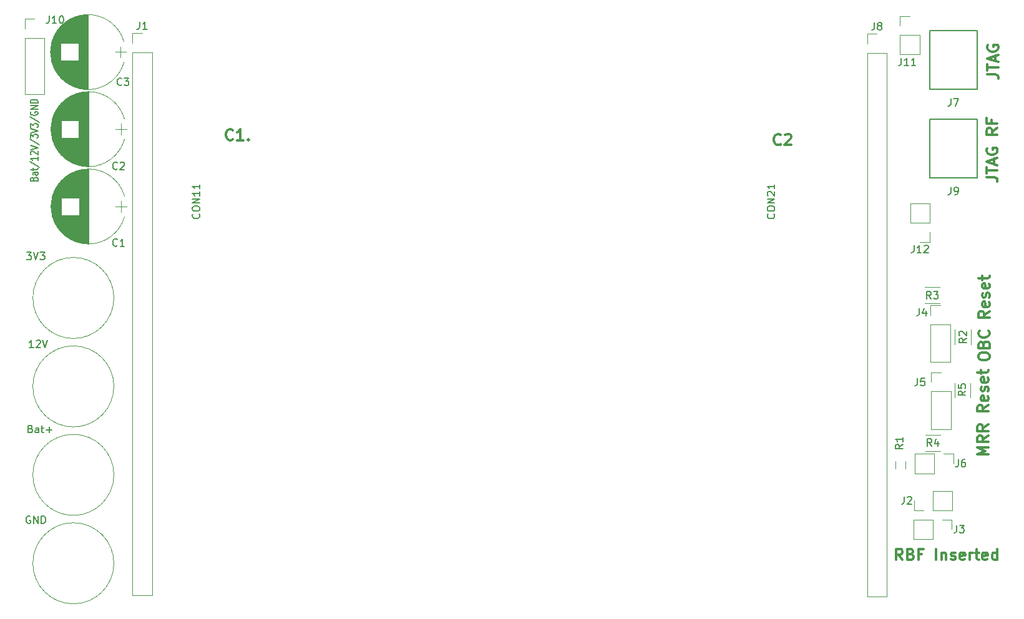
<source format=gbr>
G04 #@! TF.FileFunction,Legend,Top*
%FSLAX46Y46*%
G04 Gerber Fmt 4.6, Leading zero omitted, Abs format (unit mm)*
G04 Created by KiCad (PCBNEW 4.0.7) date 06/20/18 14:00:11*
%MOMM*%
%LPD*%
G01*
G04 APERTURE LIST*
%ADD10C,0.100000*%
%ADD11C,0.300000*%
%ADD12C,0.200000*%
%ADD13C,0.120000*%
%ADD14C,0.150000*%
G04 APERTURE END LIST*
D10*
D11*
X158003071Y-42636500D02*
X159074500Y-42636500D01*
X159288786Y-42707928D01*
X159431643Y-42850785D01*
X159503071Y-43065071D01*
X159503071Y-43207928D01*
X158003071Y-42136500D02*
X158003071Y-41279357D01*
X159503071Y-41707928D02*
X158003071Y-41707928D01*
X159074500Y-40850786D02*
X159074500Y-40136500D01*
X159503071Y-40993643D02*
X158003071Y-40493643D01*
X159503071Y-39993643D01*
X158074500Y-38707929D02*
X158003071Y-38850786D01*
X158003071Y-39065072D01*
X158074500Y-39279357D01*
X158217357Y-39422215D01*
X158360214Y-39493643D01*
X158645929Y-39565072D01*
X158860214Y-39565072D01*
X159145929Y-39493643D01*
X159288786Y-39422215D01*
X159431643Y-39279357D01*
X159503071Y-39065072D01*
X159503071Y-38922215D01*
X159431643Y-38707929D01*
X159360214Y-38636500D01*
X158860214Y-38636500D01*
X158860214Y-38922215D01*
X157883071Y-56610785D02*
X158954500Y-56610785D01*
X159168786Y-56682213D01*
X159311643Y-56825070D01*
X159383071Y-57039356D01*
X159383071Y-57182213D01*
X157883071Y-56110785D02*
X157883071Y-55253642D01*
X159383071Y-55682213D02*
X157883071Y-55682213D01*
X158954500Y-54825071D02*
X158954500Y-54110785D01*
X159383071Y-54967928D02*
X157883071Y-54467928D01*
X159383071Y-53967928D01*
X157954500Y-52682214D02*
X157883071Y-52825071D01*
X157883071Y-53039357D01*
X157954500Y-53253642D01*
X158097357Y-53396500D01*
X158240214Y-53467928D01*
X158525929Y-53539357D01*
X158740214Y-53539357D01*
X159025929Y-53467928D01*
X159168786Y-53396500D01*
X159311643Y-53253642D01*
X159383071Y-53039357D01*
X159383071Y-52896500D01*
X159311643Y-52682214D01*
X159240214Y-52610785D01*
X158740214Y-52610785D01*
X158740214Y-52896500D01*
X159383071Y-49967928D02*
X158668786Y-50467928D01*
X159383071Y-50825071D02*
X157883071Y-50825071D01*
X157883071Y-50253643D01*
X157954500Y-50110785D01*
X158025929Y-50039357D01*
X158168786Y-49967928D01*
X158383071Y-49967928D01*
X158525929Y-50039357D01*
X158597357Y-50110785D01*
X158668786Y-50253643D01*
X158668786Y-50825071D01*
X158597357Y-48825071D02*
X158597357Y-49325071D01*
X159383071Y-49325071D02*
X157883071Y-49325071D01*
X157883071Y-48610785D01*
D12*
X28653071Y-56825547D02*
X28700690Y-56711261D01*
X28748310Y-56673166D01*
X28843548Y-56635071D01*
X28986405Y-56635071D01*
X29081643Y-56673166D01*
X29129262Y-56711261D01*
X29176881Y-56787452D01*
X29176881Y-57092214D01*
X28176881Y-57092214D01*
X28176881Y-56825547D01*
X28224500Y-56749357D01*
X28272119Y-56711261D01*
X28367357Y-56673166D01*
X28462595Y-56673166D01*
X28557833Y-56711261D01*
X28605452Y-56749357D01*
X28653071Y-56825547D01*
X28653071Y-57092214D01*
X29176881Y-55949357D02*
X28653071Y-55949357D01*
X28557833Y-55987452D01*
X28510214Y-56063642D01*
X28510214Y-56216023D01*
X28557833Y-56292214D01*
X29129262Y-55949357D02*
X29176881Y-56025547D01*
X29176881Y-56216023D01*
X29129262Y-56292214D01*
X29034024Y-56330309D01*
X28938786Y-56330309D01*
X28843548Y-56292214D01*
X28795929Y-56216023D01*
X28795929Y-56025547D01*
X28748310Y-55949357D01*
X28510214Y-55682690D02*
X28510214Y-55377928D01*
X28176881Y-55568404D02*
X29034024Y-55568404D01*
X29129262Y-55530309D01*
X29176881Y-55454118D01*
X29176881Y-55377928D01*
X28129262Y-54539832D02*
X29414976Y-55225547D01*
X29176881Y-53854118D02*
X29176881Y-54311261D01*
X29176881Y-54082690D02*
X28176881Y-54082690D01*
X28319738Y-54158880D01*
X28414976Y-54235071D01*
X28462595Y-54311261D01*
X28272119Y-53549356D02*
X28224500Y-53511261D01*
X28176881Y-53435070D01*
X28176881Y-53244594D01*
X28224500Y-53168404D01*
X28272119Y-53130308D01*
X28367357Y-53092213D01*
X28462595Y-53092213D01*
X28605452Y-53130308D01*
X29176881Y-53587451D01*
X29176881Y-53092213D01*
X28176881Y-52863642D02*
X29176881Y-52596975D01*
X28176881Y-52330308D01*
X28129262Y-51492213D02*
X29414976Y-52177928D01*
X28176881Y-51301737D02*
X28176881Y-50806499D01*
X28557833Y-51073166D01*
X28557833Y-50958880D01*
X28605452Y-50882690D01*
X28653071Y-50844594D01*
X28748310Y-50806499D01*
X28986405Y-50806499D01*
X29081643Y-50844594D01*
X29129262Y-50882690D01*
X29176881Y-50958880D01*
X29176881Y-51187452D01*
X29129262Y-51263642D01*
X29081643Y-51301737D01*
X28176881Y-50577928D02*
X29176881Y-50311261D01*
X28176881Y-50044594D01*
X28176881Y-49854118D02*
X28176881Y-49358880D01*
X28557833Y-49625547D01*
X28557833Y-49511261D01*
X28605452Y-49435071D01*
X28653071Y-49396975D01*
X28748310Y-49358880D01*
X28986405Y-49358880D01*
X29081643Y-49396975D01*
X29129262Y-49435071D01*
X29176881Y-49511261D01*
X29176881Y-49739833D01*
X29129262Y-49816023D01*
X29081643Y-49854118D01*
X28129262Y-48444594D02*
X29414976Y-49130309D01*
X28224500Y-47758880D02*
X28176881Y-47835071D01*
X28176881Y-47949356D01*
X28224500Y-48063642D01*
X28319738Y-48139833D01*
X28414976Y-48177928D01*
X28605452Y-48216023D01*
X28748310Y-48216023D01*
X28938786Y-48177928D01*
X29034024Y-48139833D01*
X29129262Y-48063642D01*
X29176881Y-47949356D01*
X29176881Y-47873166D01*
X29129262Y-47758880D01*
X29081643Y-47720785D01*
X28748310Y-47720785D01*
X28748310Y-47873166D01*
X29176881Y-47377928D02*
X28176881Y-47377928D01*
X29176881Y-46920785D01*
X28176881Y-46920785D01*
X29176881Y-46539833D02*
X28176881Y-46539833D01*
X28176881Y-46349357D01*
X28224500Y-46235071D01*
X28319738Y-46158880D01*
X28414976Y-46120785D01*
X28605452Y-46082690D01*
X28748310Y-46082690D01*
X28938786Y-46120785D01*
X29034024Y-46158880D01*
X29129262Y-46235071D01*
X29176881Y-46349357D01*
X29176881Y-46539833D01*
D11*
X156793071Y-81072214D02*
X156793071Y-80786500D01*
X156864500Y-80643642D01*
X157007357Y-80500785D01*
X157293071Y-80429357D01*
X157793071Y-80429357D01*
X158078786Y-80500785D01*
X158221643Y-80643642D01*
X158293071Y-80786500D01*
X158293071Y-81072214D01*
X158221643Y-81215071D01*
X158078786Y-81357928D01*
X157793071Y-81429357D01*
X157293071Y-81429357D01*
X157007357Y-81357928D01*
X156864500Y-81215071D01*
X156793071Y-81072214D01*
X157507357Y-79286499D02*
X157578786Y-79072213D01*
X157650214Y-79000785D01*
X157793071Y-78929356D01*
X158007357Y-78929356D01*
X158150214Y-79000785D01*
X158221643Y-79072213D01*
X158293071Y-79215071D01*
X158293071Y-79786499D01*
X156793071Y-79786499D01*
X156793071Y-79286499D01*
X156864500Y-79143642D01*
X156935929Y-79072213D01*
X157078786Y-79000785D01*
X157221643Y-79000785D01*
X157364500Y-79072213D01*
X157435929Y-79143642D01*
X157507357Y-79286499D01*
X157507357Y-79786499D01*
X158150214Y-77429356D02*
X158221643Y-77500785D01*
X158293071Y-77715071D01*
X158293071Y-77857928D01*
X158221643Y-78072213D01*
X158078786Y-78215071D01*
X157935929Y-78286499D01*
X157650214Y-78357928D01*
X157435929Y-78357928D01*
X157150214Y-78286499D01*
X157007357Y-78215071D01*
X156864500Y-78072213D01*
X156793071Y-77857928D01*
X156793071Y-77715071D01*
X156864500Y-77500785D01*
X156935929Y-77429356D01*
X158293071Y-74786499D02*
X157578786Y-75286499D01*
X158293071Y-75643642D02*
X156793071Y-75643642D01*
X156793071Y-75072214D01*
X156864500Y-74929356D01*
X156935929Y-74857928D01*
X157078786Y-74786499D01*
X157293071Y-74786499D01*
X157435929Y-74857928D01*
X157507357Y-74929356D01*
X157578786Y-75072214D01*
X157578786Y-75643642D01*
X158221643Y-73572214D02*
X158293071Y-73715071D01*
X158293071Y-74000785D01*
X158221643Y-74143642D01*
X158078786Y-74215071D01*
X157507357Y-74215071D01*
X157364500Y-74143642D01*
X157293071Y-74000785D01*
X157293071Y-73715071D01*
X157364500Y-73572214D01*
X157507357Y-73500785D01*
X157650214Y-73500785D01*
X157793071Y-74215071D01*
X158221643Y-72929357D02*
X158293071Y-72786500D01*
X158293071Y-72500785D01*
X158221643Y-72357928D01*
X158078786Y-72286500D01*
X158007357Y-72286500D01*
X157864500Y-72357928D01*
X157793071Y-72500785D01*
X157793071Y-72715071D01*
X157721643Y-72857928D01*
X157578786Y-72929357D01*
X157507357Y-72929357D01*
X157364500Y-72857928D01*
X157293071Y-72715071D01*
X157293071Y-72500785D01*
X157364500Y-72357928D01*
X158221643Y-71072214D02*
X158293071Y-71215071D01*
X158293071Y-71500785D01*
X158221643Y-71643642D01*
X158078786Y-71715071D01*
X157507357Y-71715071D01*
X157364500Y-71643642D01*
X157293071Y-71500785D01*
X157293071Y-71215071D01*
X157364500Y-71072214D01*
X157507357Y-71000785D01*
X157650214Y-71000785D01*
X157793071Y-71715071D01*
X157293071Y-70572214D02*
X157293071Y-70000785D01*
X156793071Y-70357928D02*
X158078786Y-70357928D01*
X158221643Y-70286500D01*
X158293071Y-70143642D01*
X158293071Y-70000785D01*
X158133071Y-94249357D02*
X156633071Y-94249357D01*
X157704500Y-93749357D01*
X156633071Y-93249357D01*
X158133071Y-93249357D01*
X158133071Y-91677928D02*
X157418786Y-92177928D01*
X158133071Y-92535071D02*
X156633071Y-92535071D01*
X156633071Y-91963643D01*
X156704500Y-91820785D01*
X156775929Y-91749357D01*
X156918786Y-91677928D01*
X157133071Y-91677928D01*
X157275929Y-91749357D01*
X157347357Y-91820785D01*
X157418786Y-91963643D01*
X157418786Y-92535071D01*
X158133071Y-90177928D02*
X157418786Y-90677928D01*
X158133071Y-91035071D02*
X156633071Y-91035071D01*
X156633071Y-90463643D01*
X156704500Y-90320785D01*
X156775929Y-90249357D01*
X156918786Y-90177928D01*
X157133071Y-90177928D01*
X157275929Y-90249357D01*
X157347357Y-90320785D01*
X157418786Y-90463643D01*
X157418786Y-91035071D01*
X158133071Y-87535071D02*
X157418786Y-88035071D01*
X158133071Y-88392214D02*
X156633071Y-88392214D01*
X156633071Y-87820786D01*
X156704500Y-87677928D01*
X156775929Y-87606500D01*
X156918786Y-87535071D01*
X157133071Y-87535071D01*
X157275929Y-87606500D01*
X157347357Y-87677928D01*
X157418786Y-87820786D01*
X157418786Y-88392214D01*
X158061643Y-86320786D02*
X158133071Y-86463643D01*
X158133071Y-86749357D01*
X158061643Y-86892214D01*
X157918786Y-86963643D01*
X157347357Y-86963643D01*
X157204500Y-86892214D01*
X157133071Y-86749357D01*
X157133071Y-86463643D01*
X157204500Y-86320786D01*
X157347357Y-86249357D01*
X157490214Y-86249357D01*
X157633071Y-86963643D01*
X158061643Y-85677929D02*
X158133071Y-85535072D01*
X158133071Y-85249357D01*
X158061643Y-85106500D01*
X157918786Y-85035072D01*
X157847357Y-85035072D01*
X157704500Y-85106500D01*
X157633071Y-85249357D01*
X157633071Y-85463643D01*
X157561643Y-85606500D01*
X157418786Y-85677929D01*
X157347357Y-85677929D01*
X157204500Y-85606500D01*
X157133071Y-85463643D01*
X157133071Y-85249357D01*
X157204500Y-85106500D01*
X158061643Y-83820786D02*
X158133071Y-83963643D01*
X158133071Y-84249357D01*
X158061643Y-84392214D01*
X157918786Y-84463643D01*
X157347357Y-84463643D01*
X157204500Y-84392214D01*
X157133071Y-84249357D01*
X157133071Y-83963643D01*
X157204500Y-83820786D01*
X157347357Y-83749357D01*
X157490214Y-83749357D01*
X157633071Y-84463643D01*
X157133071Y-83320786D02*
X157133071Y-82749357D01*
X156633071Y-83106500D02*
X157918786Y-83106500D01*
X158061643Y-83035072D01*
X158133071Y-82892214D01*
X158133071Y-82749357D01*
X146494501Y-108545071D02*
X145994501Y-107830786D01*
X145637358Y-108545071D02*
X145637358Y-107045071D01*
X146208786Y-107045071D01*
X146351644Y-107116500D01*
X146423072Y-107187929D01*
X146494501Y-107330786D01*
X146494501Y-107545071D01*
X146423072Y-107687929D01*
X146351644Y-107759357D01*
X146208786Y-107830786D01*
X145637358Y-107830786D01*
X147637358Y-107759357D02*
X147851644Y-107830786D01*
X147923072Y-107902214D01*
X147994501Y-108045071D01*
X147994501Y-108259357D01*
X147923072Y-108402214D01*
X147851644Y-108473643D01*
X147708786Y-108545071D01*
X147137358Y-108545071D01*
X147137358Y-107045071D01*
X147637358Y-107045071D01*
X147780215Y-107116500D01*
X147851644Y-107187929D01*
X147923072Y-107330786D01*
X147923072Y-107473643D01*
X147851644Y-107616500D01*
X147780215Y-107687929D01*
X147637358Y-107759357D01*
X147137358Y-107759357D01*
X149137358Y-107759357D02*
X148637358Y-107759357D01*
X148637358Y-108545071D02*
X148637358Y-107045071D01*
X149351644Y-107045071D01*
X151065929Y-108545071D02*
X151065929Y-107045071D01*
X151780215Y-107545071D02*
X151780215Y-108545071D01*
X151780215Y-107687929D02*
X151851643Y-107616500D01*
X151994501Y-107545071D01*
X152208786Y-107545071D01*
X152351643Y-107616500D01*
X152423072Y-107759357D01*
X152423072Y-108545071D01*
X153065929Y-108473643D02*
X153208786Y-108545071D01*
X153494501Y-108545071D01*
X153637358Y-108473643D01*
X153708786Y-108330786D01*
X153708786Y-108259357D01*
X153637358Y-108116500D01*
X153494501Y-108045071D01*
X153280215Y-108045071D01*
X153137358Y-107973643D01*
X153065929Y-107830786D01*
X153065929Y-107759357D01*
X153137358Y-107616500D01*
X153280215Y-107545071D01*
X153494501Y-107545071D01*
X153637358Y-107616500D01*
X154923072Y-108473643D02*
X154780215Y-108545071D01*
X154494501Y-108545071D01*
X154351644Y-108473643D01*
X154280215Y-108330786D01*
X154280215Y-107759357D01*
X154351644Y-107616500D01*
X154494501Y-107545071D01*
X154780215Y-107545071D01*
X154923072Y-107616500D01*
X154994501Y-107759357D01*
X154994501Y-107902214D01*
X154280215Y-108045071D01*
X155637358Y-108545071D02*
X155637358Y-107545071D01*
X155637358Y-107830786D02*
X155708786Y-107687929D01*
X155780215Y-107616500D01*
X155923072Y-107545071D01*
X156065929Y-107545071D01*
X156351643Y-107545071D02*
X156923072Y-107545071D01*
X156565929Y-107045071D02*
X156565929Y-108330786D01*
X156637357Y-108473643D01*
X156780215Y-108545071D01*
X156923072Y-108545071D01*
X157994500Y-108473643D02*
X157851643Y-108545071D01*
X157565929Y-108545071D01*
X157423072Y-108473643D01*
X157351643Y-108330786D01*
X157351643Y-107759357D01*
X157423072Y-107616500D01*
X157565929Y-107545071D01*
X157851643Y-107545071D01*
X157994500Y-107616500D01*
X158065929Y-107759357D01*
X158065929Y-107902214D01*
X157351643Y-108045071D01*
X159351643Y-108545071D02*
X159351643Y-107045071D01*
X159351643Y-108473643D02*
X159208786Y-108545071D01*
X158923072Y-108545071D01*
X158780214Y-108473643D01*
X158708786Y-108402214D01*
X158637357Y-108259357D01*
X158637357Y-107830786D01*
X158708786Y-107687929D01*
X158780214Y-107616500D01*
X158923072Y-107545071D01*
X159208786Y-107545071D01*
X159351643Y-107616500D01*
X129994501Y-52112214D02*
X129923072Y-52183643D01*
X129708786Y-52255071D01*
X129565929Y-52255071D01*
X129351644Y-52183643D01*
X129208786Y-52040786D01*
X129137358Y-51897929D01*
X129065929Y-51612214D01*
X129065929Y-51397929D01*
X129137358Y-51112214D01*
X129208786Y-50969357D01*
X129351644Y-50826500D01*
X129565929Y-50755071D01*
X129708786Y-50755071D01*
X129923072Y-50826500D01*
X129994501Y-50897929D01*
X130565929Y-50897929D02*
X130637358Y-50826500D01*
X130780215Y-50755071D01*
X131137358Y-50755071D01*
X131280215Y-50826500D01*
X131351644Y-50897929D01*
X131423072Y-51040786D01*
X131423072Y-51183643D01*
X131351644Y-51397929D01*
X130494501Y-52255071D01*
X131423072Y-52255071D01*
X55647358Y-51442214D02*
X55575929Y-51513643D01*
X55361643Y-51585071D01*
X55218786Y-51585071D01*
X55004501Y-51513643D01*
X54861643Y-51370786D01*
X54790215Y-51227929D01*
X54718786Y-50942214D01*
X54718786Y-50727929D01*
X54790215Y-50442214D01*
X54861643Y-50299357D01*
X55004501Y-50156500D01*
X55218786Y-50085071D01*
X55361643Y-50085071D01*
X55575929Y-50156500D01*
X55647358Y-50227929D01*
X57075929Y-51585071D02*
X56218786Y-51585071D01*
X56647358Y-51585071D02*
X56647358Y-50085071D01*
X56504501Y-50299357D01*
X56361643Y-50442214D01*
X56218786Y-50513643D01*
X57718786Y-51442214D02*
X57790214Y-51513643D01*
X57718786Y-51585071D01*
X57647357Y-51513643D01*
X57718786Y-51442214D01*
X57718786Y-51585071D01*
D13*
X141692620Y-113498260D02*
X144352620Y-113498260D01*
X141692620Y-39778260D02*
X141692620Y-113498260D01*
X144352620Y-39778260D02*
X144352620Y-113498260D01*
X141692620Y-39778260D02*
X144352620Y-39778260D01*
X141692620Y-38508260D02*
X141692620Y-37178260D01*
X141692620Y-37178260D02*
X143022620Y-37178260D01*
X42005240Y-113378880D02*
X44665240Y-113378880D01*
X42005240Y-39658880D02*
X42005240Y-113378880D01*
X44665240Y-39658880D02*
X44665240Y-113378880D01*
X42005240Y-39658880D02*
X44665240Y-39658880D01*
X42005240Y-38388880D02*
X42005240Y-37058880D01*
X42005240Y-37058880D02*
X43335240Y-37058880D01*
X153262940Y-101826960D02*
X153262940Y-99166960D01*
X150662940Y-101826960D02*
X153262940Y-101826960D01*
X150662940Y-99166960D02*
X153262940Y-99166960D01*
X150662940Y-101826960D02*
X150662940Y-99166960D01*
X149392940Y-101826960D02*
X148062940Y-101826960D01*
X148062940Y-101826960D02*
X148062940Y-100496960D01*
X147981660Y-103058240D02*
X147981660Y-105718240D01*
X150581660Y-103058240D02*
X147981660Y-103058240D01*
X150581660Y-105718240D02*
X147981660Y-105718240D01*
X150581660Y-103058240D02*
X150581660Y-105718240D01*
X151851660Y-103058240D02*
X153181660Y-103058240D01*
X153181660Y-103058240D02*
X153181660Y-104388240D01*
X150313380Y-81705080D02*
X152973380Y-81705080D01*
X150313380Y-76565080D02*
X150313380Y-81705080D01*
X152973380Y-76565080D02*
X152973380Y-81705080D01*
X150313380Y-76565080D02*
X152973380Y-76565080D01*
X150313380Y-75295080D02*
X150313380Y-73965080D01*
X150313380Y-73965080D02*
X151643380Y-73965080D01*
X150404820Y-90826220D02*
X153064820Y-90826220D01*
X150404820Y-85686220D02*
X150404820Y-90826220D01*
X153064820Y-85686220D02*
X153064820Y-90826220D01*
X150404820Y-85686220D02*
X153064820Y-85686220D01*
X150404820Y-84416220D02*
X150404820Y-83086220D01*
X150404820Y-83086220D02*
X151734820Y-83086220D01*
X148189940Y-94140300D02*
X148189940Y-96800300D01*
X150789940Y-94140300D02*
X148189940Y-94140300D01*
X150789940Y-96800300D02*
X148189940Y-96800300D01*
X150789940Y-94140300D02*
X150789940Y-96800300D01*
X152059940Y-94140300D02*
X153389940Y-94140300D01*
X153389940Y-94140300D02*
X153389940Y-95470300D01*
D14*
X156606140Y-36710440D02*
X156606140Y-44710440D01*
X156606140Y-36710440D02*
X150206140Y-36710440D01*
X150206140Y-36710440D02*
X150206140Y-44710440D01*
X156606140Y-44710440D02*
X150206140Y-44710440D01*
X156606140Y-48727180D02*
X156606140Y-56727180D01*
X156606140Y-48727180D02*
X150206140Y-48727180D01*
X150206140Y-48727180D02*
X150206140Y-56727180D01*
X156606140Y-56727180D02*
X150206140Y-56727180D01*
D13*
X146925880Y-95143200D02*
X146925880Y-96143200D01*
X145565880Y-96143200D02*
X145565880Y-95143200D01*
X31146063Y-61969764D02*
G75*
G03X40943857Y-61966500I4898437J1383264D01*
G01*
X31146063Y-59203236D02*
G75*
G02X40943857Y-59206500I4898437J-1383264D01*
G01*
X31146063Y-59203236D02*
G75*
G03X31145143Y-61966500I4898437J-1383264D01*
G01*
X36044500Y-65636500D02*
X36044500Y-55536500D01*
X36004500Y-65636500D02*
X36004500Y-55536500D01*
X35964500Y-65636500D02*
X35964500Y-55536500D01*
X35924500Y-65635500D02*
X35924500Y-55537500D01*
X35884500Y-65634500D02*
X35884500Y-55538500D01*
X35844500Y-65633500D02*
X35844500Y-55539500D01*
X35804500Y-65631500D02*
X35804500Y-55541500D01*
X35764500Y-65629500D02*
X35764500Y-55543500D01*
X35724500Y-65626500D02*
X35724500Y-55546500D01*
X35684500Y-65624500D02*
X35684500Y-55548500D01*
X35644500Y-65621500D02*
X35644500Y-55551500D01*
X35604500Y-65617500D02*
X35604500Y-55555500D01*
X35564500Y-65614500D02*
X35564500Y-55558500D01*
X35524500Y-65610500D02*
X35524500Y-55562500D01*
X35484500Y-65606500D02*
X35484500Y-55566500D01*
X35444500Y-65601500D02*
X35444500Y-55571500D01*
X35404500Y-65596500D02*
X35404500Y-55576500D01*
X35364500Y-65591500D02*
X35364500Y-55581500D01*
X35323500Y-65585500D02*
X35323500Y-55587500D01*
X35283500Y-65579500D02*
X35283500Y-55593500D01*
X35243500Y-65573500D02*
X35243500Y-55599500D01*
X35203500Y-65567500D02*
X35203500Y-55605500D01*
X35163500Y-65560500D02*
X35163500Y-55612500D01*
X35123500Y-65553500D02*
X35123500Y-55619500D01*
X35083500Y-65545500D02*
X35083500Y-55627500D01*
X35043500Y-65537500D02*
X35043500Y-55635500D01*
X35003500Y-65529500D02*
X35003500Y-55643500D01*
X34963500Y-65521500D02*
X34963500Y-55651500D01*
X34923500Y-65512500D02*
X34923500Y-55660500D01*
X34883500Y-65503500D02*
X34883500Y-55669500D01*
X34843500Y-65493500D02*
X34843500Y-55679500D01*
X34803500Y-65483500D02*
X34803500Y-55689500D01*
X34763500Y-65473500D02*
X34763500Y-55699500D01*
X34723500Y-65462500D02*
X34723500Y-61767500D01*
X34723500Y-59405500D02*
X34723500Y-55710500D01*
X34683500Y-65451500D02*
X34683500Y-61767500D01*
X34683500Y-59405500D02*
X34683500Y-55721500D01*
X34643500Y-65440500D02*
X34643500Y-61767500D01*
X34643500Y-59405500D02*
X34643500Y-55732500D01*
X34603500Y-65429500D02*
X34603500Y-61767500D01*
X34603500Y-59405500D02*
X34603500Y-55743500D01*
X34563500Y-65417500D02*
X34563500Y-61767500D01*
X34563500Y-59405500D02*
X34563500Y-55755500D01*
X34523500Y-65404500D02*
X34523500Y-61767500D01*
X34523500Y-59405500D02*
X34523500Y-55768500D01*
X34483500Y-65392500D02*
X34483500Y-61767500D01*
X34483500Y-59405500D02*
X34483500Y-55780500D01*
X34443500Y-65378500D02*
X34443500Y-61767500D01*
X34443500Y-59405500D02*
X34443500Y-55794500D01*
X34403500Y-65365500D02*
X34403500Y-61767500D01*
X34403500Y-59405500D02*
X34403500Y-55807500D01*
X34363500Y-65351500D02*
X34363500Y-61767500D01*
X34363500Y-59405500D02*
X34363500Y-55821500D01*
X34323500Y-65337500D02*
X34323500Y-61767500D01*
X34323500Y-59405500D02*
X34323500Y-55835500D01*
X34283500Y-65323500D02*
X34283500Y-61767500D01*
X34283500Y-59405500D02*
X34283500Y-55849500D01*
X34243500Y-65308500D02*
X34243500Y-61767500D01*
X34243500Y-59405500D02*
X34243500Y-55864500D01*
X34203500Y-65292500D02*
X34203500Y-61767500D01*
X34203500Y-59405500D02*
X34203500Y-55880500D01*
X34163500Y-65277500D02*
X34163500Y-61767500D01*
X34163500Y-59405500D02*
X34163500Y-55895500D01*
X34123500Y-65260500D02*
X34123500Y-61767500D01*
X34123500Y-59405500D02*
X34123500Y-55912500D01*
X34083500Y-65244500D02*
X34083500Y-61767500D01*
X34083500Y-59405500D02*
X34083500Y-55928500D01*
X34043500Y-65227500D02*
X34043500Y-61767500D01*
X34043500Y-59405500D02*
X34043500Y-55945500D01*
X34003500Y-65210500D02*
X34003500Y-61767500D01*
X34003500Y-59405500D02*
X34003500Y-55962500D01*
X33963500Y-65192500D02*
X33963500Y-61767500D01*
X33963500Y-59405500D02*
X33963500Y-55980500D01*
X33923500Y-65174500D02*
X33923500Y-61767500D01*
X33923500Y-59405500D02*
X33923500Y-55998500D01*
X33883500Y-65155500D02*
X33883500Y-61767500D01*
X33883500Y-59405500D02*
X33883500Y-56017500D01*
X33843500Y-65136500D02*
X33843500Y-61767500D01*
X33843500Y-59405500D02*
X33843500Y-56036500D01*
X33803500Y-65117500D02*
X33803500Y-61767500D01*
X33803500Y-59405500D02*
X33803500Y-56055500D01*
X33763500Y-65097500D02*
X33763500Y-61767500D01*
X33763500Y-59405500D02*
X33763500Y-56075500D01*
X33723500Y-65077500D02*
X33723500Y-61767500D01*
X33723500Y-59405500D02*
X33723500Y-56095500D01*
X33683500Y-65056500D02*
X33683500Y-61767500D01*
X33683500Y-59405500D02*
X33683500Y-56116500D01*
X33643500Y-65035500D02*
X33643500Y-61767500D01*
X33643500Y-59405500D02*
X33643500Y-56137500D01*
X33603500Y-65014500D02*
X33603500Y-61767500D01*
X33603500Y-59405500D02*
X33603500Y-56158500D01*
X33563500Y-64991500D02*
X33563500Y-61767500D01*
X33563500Y-59405500D02*
X33563500Y-56181500D01*
X33523500Y-64969500D02*
X33523500Y-61767500D01*
X33523500Y-59405500D02*
X33523500Y-56203500D01*
X33483500Y-64946500D02*
X33483500Y-61767500D01*
X33483500Y-59405500D02*
X33483500Y-56226500D01*
X33443500Y-64922500D02*
X33443500Y-61767500D01*
X33443500Y-59405500D02*
X33443500Y-56250500D01*
X33403500Y-64898500D02*
X33403500Y-61767500D01*
X33403500Y-59405500D02*
X33403500Y-56274500D01*
X33363500Y-64874500D02*
X33363500Y-61767500D01*
X33363500Y-59405500D02*
X33363500Y-56298500D01*
X33323500Y-64849500D02*
X33323500Y-61767500D01*
X33323500Y-59405500D02*
X33323500Y-56323500D01*
X33283500Y-64823500D02*
X33283500Y-61767500D01*
X33283500Y-59405500D02*
X33283500Y-56349500D01*
X33243500Y-64797500D02*
X33243500Y-61767500D01*
X33243500Y-59405500D02*
X33243500Y-56375500D01*
X33203500Y-64771500D02*
X33203500Y-61767500D01*
X33203500Y-59405500D02*
X33203500Y-56401500D01*
X33163500Y-64743500D02*
X33163500Y-61767500D01*
X33163500Y-59405500D02*
X33163500Y-56429500D01*
X33123500Y-64716500D02*
X33123500Y-61767500D01*
X33123500Y-59405500D02*
X33123500Y-56456500D01*
X33083500Y-64687500D02*
X33083500Y-61767500D01*
X33083500Y-59405500D02*
X33083500Y-56485500D01*
X33043500Y-64658500D02*
X33043500Y-61767500D01*
X33043500Y-59405500D02*
X33043500Y-56514500D01*
X33003500Y-64629500D02*
X33003500Y-61767500D01*
X33003500Y-59405500D02*
X33003500Y-56543500D01*
X32963500Y-64599500D02*
X32963500Y-61767500D01*
X32963500Y-59405500D02*
X32963500Y-56573500D01*
X32923500Y-64568500D02*
X32923500Y-61767500D01*
X32923500Y-59405500D02*
X32923500Y-56604500D01*
X32883500Y-64537500D02*
X32883500Y-61767500D01*
X32883500Y-59405500D02*
X32883500Y-56635500D01*
X32843500Y-64505500D02*
X32843500Y-61767500D01*
X32843500Y-59405500D02*
X32843500Y-56667500D01*
X32803500Y-64472500D02*
X32803500Y-61767500D01*
X32803500Y-59405500D02*
X32803500Y-56700500D01*
X32763500Y-64439500D02*
X32763500Y-61767500D01*
X32763500Y-59405500D02*
X32763500Y-56733500D01*
X32723500Y-64405500D02*
X32723500Y-61767500D01*
X32723500Y-59405500D02*
X32723500Y-56767500D01*
X32683500Y-64370500D02*
X32683500Y-61767500D01*
X32683500Y-59405500D02*
X32683500Y-56802500D01*
X32643500Y-64334500D02*
X32643500Y-61767500D01*
X32643500Y-59405500D02*
X32643500Y-56838500D01*
X32603500Y-64298500D02*
X32603500Y-61767500D01*
X32603500Y-59405500D02*
X32603500Y-56874500D01*
X32563500Y-64261500D02*
X32563500Y-61767500D01*
X32563500Y-59405500D02*
X32563500Y-56911500D01*
X32523500Y-64223500D02*
X32523500Y-61767500D01*
X32523500Y-59405500D02*
X32523500Y-56949500D01*
X32483500Y-64184500D02*
X32483500Y-61767500D01*
X32483500Y-59405500D02*
X32483500Y-56988500D01*
X32443500Y-64145500D02*
X32443500Y-61767500D01*
X32443500Y-59405500D02*
X32443500Y-57027500D01*
X32403500Y-64104500D02*
X32403500Y-61767500D01*
X32403500Y-59405500D02*
X32403500Y-57068500D01*
X32363500Y-64063500D02*
X32363500Y-57109500D01*
X32323500Y-64021500D02*
X32323500Y-57151500D01*
X32283500Y-63977500D02*
X32283500Y-57195500D01*
X32243500Y-63933500D02*
X32243500Y-57239500D01*
X32203500Y-63888500D02*
X32203500Y-57284500D01*
X32163500Y-63841500D02*
X32163500Y-57331500D01*
X32123500Y-63793500D02*
X32123500Y-57379500D01*
X32083500Y-63744500D02*
X32083500Y-57428500D01*
X32043500Y-63694500D02*
X32043500Y-57478500D01*
X32003500Y-63643500D02*
X32003500Y-57529500D01*
X31963500Y-63590500D02*
X31963500Y-57582500D01*
X31923500Y-63535500D02*
X31923500Y-57637500D01*
X31883500Y-63480500D02*
X31883500Y-57692500D01*
X31843500Y-63422500D02*
X31843500Y-57750500D01*
X31803500Y-63363500D02*
X31803500Y-57809500D01*
X31763500Y-63301500D02*
X31763500Y-57871500D01*
X31723500Y-63238500D02*
X31723500Y-57934500D01*
X31683500Y-63173500D02*
X31683500Y-57999500D01*
X31643500Y-63105500D02*
X31643500Y-58067500D01*
X31603500Y-63035500D02*
X31603500Y-58137500D01*
X31563500Y-62963500D02*
X31563500Y-58209500D01*
X31523500Y-62887500D02*
X31523500Y-58285500D01*
X31483500Y-62808500D02*
X31483500Y-58364500D01*
X31443500Y-62726500D02*
X31443500Y-58446500D01*
X31403500Y-62639500D02*
X31403500Y-58533500D01*
X31363500Y-62548500D02*
X31363500Y-58624500D01*
X31323500Y-62452500D02*
X31323500Y-58720500D01*
X31283500Y-62349500D02*
X31283500Y-58823500D01*
X31243500Y-62240500D02*
X31243500Y-58932500D01*
X31203500Y-62122500D02*
X31203500Y-59050500D01*
X31163500Y-61993500D02*
X31163500Y-59179500D01*
X31123500Y-61851500D02*
X31123500Y-59321500D01*
X31083500Y-61690500D02*
X31083500Y-59482500D01*
X31043500Y-61499500D02*
X31043500Y-59673500D01*
X31003500Y-61258500D02*
X31003500Y-59914500D01*
X30963500Y-60865500D02*
X30963500Y-60307500D01*
X41244500Y-60586500D02*
X39744500Y-60586500D01*
X40494500Y-61336500D02*
X40494500Y-59836500D01*
X31136063Y-51479764D02*
G75*
G03X40933857Y-51476500I4898437J1383264D01*
G01*
X31136063Y-48713236D02*
G75*
G02X40933857Y-48716500I4898437J-1383264D01*
G01*
X31136063Y-48713236D02*
G75*
G03X31135143Y-51476500I4898437J-1383264D01*
G01*
X36034500Y-55146500D02*
X36034500Y-45046500D01*
X35994500Y-55146500D02*
X35994500Y-45046500D01*
X35954500Y-55146500D02*
X35954500Y-45046500D01*
X35914500Y-55145500D02*
X35914500Y-45047500D01*
X35874500Y-55144500D02*
X35874500Y-45048500D01*
X35834500Y-55143500D02*
X35834500Y-45049500D01*
X35794500Y-55141500D02*
X35794500Y-45051500D01*
X35754500Y-55139500D02*
X35754500Y-45053500D01*
X35714500Y-55136500D02*
X35714500Y-45056500D01*
X35674500Y-55134500D02*
X35674500Y-45058500D01*
X35634500Y-55131500D02*
X35634500Y-45061500D01*
X35594500Y-55127500D02*
X35594500Y-45065500D01*
X35554500Y-55124500D02*
X35554500Y-45068500D01*
X35514500Y-55120500D02*
X35514500Y-45072500D01*
X35474500Y-55116500D02*
X35474500Y-45076500D01*
X35434500Y-55111500D02*
X35434500Y-45081500D01*
X35394500Y-55106500D02*
X35394500Y-45086500D01*
X35354500Y-55101500D02*
X35354500Y-45091500D01*
X35313500Y-55095500D02*
X35313500Y-45097500D01*
X35273500Y-55089500D02*
X35273500Y-45103500D01*
X35233500Y-55083500D02*
X35233500Y-45109500D01*
X35193500Y-55077500D02*
X35193500Y-45115500D01*
X35153500Y-55070500D02*
X35153500Y-45122500D01*
X35113500Y-55063500D02*
X35113500Y-45129500D01*
X35073500Y-55055500D02*
X35073500Y-45137500D01*
X35033500Y-55047500D02*
X35033500Y-45145500D01*
X34993500Y-55039500D02*
X34993500Y-45153500D01*
X34953500Y-55031500D02*
X34953500Y-45161500D01*
X34913500Y-55022500D02*
X34913500Y-45170500D01*
X34873500Y-55013500D02*
X34873500Y-45179500D01*
X34833500Y-55003500D02*
X34833500Y-45189500D01*
X34793500Y-54993500D02*
X34793500Y-45199500D01*
X34753500Y-54983500D02*
X34753500Y-45209500D01*
X34713500Y-54972500D02*
X34713500Y-51277500D01*
X34713500Y-48915500D02*
X34713500Y-45220500D01*
X34673500Y-54961500D02*
X34673500Y-51277500D01*
X34673500Y-48915500D02*
X34673500Y-45231500D01*
X34633500Y-54950500D02*
X34633500Y-51277500D01*
X34633500Y-48915500D02*
X34633500Y-45242500D01*
X34593500Y-54939500D02*
X34593500Y-51277500D01*
X34593500Y-48915500D02*
X34593500Y-45253500D01*
X34553500Y-54927500D02*
X34553500Y-51277500D01*
X34553500Y-48915500D02*
X34553500Y-45265500D01*
X34513500Y-54914500D02*
X34513500Y-51277500D01*
X34513500Y-48915500D02*
X34513500Y-45278500D01*
X34473500Y-54902500D02*
X34473500Y-51277500D01*
X34473500Y-48915500D02*
X34473500Y-45290500D01*
X34433500Y-54888500D02*
X34433500Y-51277500D01*
X34433500Y-48915500D02*
X34433500Y-45304500D01*
X34393500Y-54875500D02*
X34393500Y-51277500D01*
X34393500Y-48915500D02*
X34393500Y-45317500D01*
X34353500Y-54861500D02*
X34353500Y-51277500D01*
X34353500Y-48915500D02*
X34353500Y-45331500D01*
X34313500Y-54847500D02*
X34313500Y-51277500D01*
X34313500Y-48915500D02*
X34313500Y-45345500D01*
X34273500Y-54833500D02*
X34273500Y-51277500D01*
X34273500Y-48915500D02*
X34273500Y-45359500D01*
X34233500Y-54818500D02*
X34233500Y-51277500D01*
X34233500Y-48915500D02*
X34233500Y-45374500D01*
X34193500Y-54802500D02*
X34193500Y-51277500D01*
X34193500Y-48915500D02*
X34193500Y-45390500D01*
X34153500Y-54787500D02*
X34153500Y-51277500D01*
X34153500Y-48915500D02*
X34153500Y-45405500D01*
X34113500Y-54770500D02*
X34113500Y-51277500D01*
X34113500Y-48915500D02*
X34113500Y-45422500D01*
X34073500Y-54754500D02*
X34073500Y-51277500D01*
X34073500Y-48915500D02*
X34073500Y-45438500D01*
X34033500Y-54737500D02*
X34033500Y-51277500D01*
X34033500Y-48915500D02*
X34033500Y-45455500D01*
X33993500Y-54720500D02*
X33993500Y-51277500D01*
X33993500Y-48915500D02*
X33993500Y-45472500D01*
X33953500Y-54702500D02*
X33953500Y-51277500D01*
X33953500Y-48915500D02*
X33953500Y-45490500D01*
X33913500Y-54684500D02*
X33913500Y-51277500D01*
X33913500Y-48915500D02*
X33913500Y-45508500D01*
X33873500Y-54665500D02*
X33873500Y-51277500D01*
X33873500Y-48915500D02*
X33873500Y-45527500D01*
X33833500Y-54646500D02*
X33833500Y-51277500D01*
X33833500Y-48915500D02*
X33833500Y-45546500D01*
X33793500Y-54627500D02*
X33793500Y-51277500D01*
X33793500Y-48915500D02*
X33793500Y-45565500D01*
X33753500Y-54607500D02*
X33753500Y-51277500D01*
X33753500Y-48915500D02*
X33753500Y-45585500D01*
X33713500Y-54587500D02*
X33713500Y-51277500D01*
X33713500Y-48915500D02*
X33713500Y-45605500D01*
X33673500Y-54566500D02*
X33673500Y-51277500D01*
X33673500Y-48915500D02*
X33673500Y-45626500D01*
X33633500Y-54545500D02*
X33633500Y-51277500D01*
X33633500Y-48915500D02*
X33633500Y-45647500D01*
X33593500Y-54524500D02*
X33593500Y-51277500D01*
X33593500Y-48915500D02*
X33593500Y-45668500D01*
X33553500Y-54501500D02*
X33553500Y-51277500D01*
X33553500Y-48915500D02*
X33553500Y-45691500D01*
X33513500Y-54479500D02*
X33513500Y-51277500D01*
X33513500Y-48915500D02*
X33513500Y-45713500D01*
X33473500Y-54456500D02*
X33473500Y-51277500D01*
X33473500Y-48915500D02*
X33473500Y-45736500D01*
X33433500Y-54432500D02*
X33433500Y-51277500D01*
X33433500Y-48915500D02*
X33433500Y-45760500D01*
X33393500Y-54408500D02*
X33393500Y-51277500D01*
X33393500Y-48915500D02*
X33393500Y-45784500D01*
X33353500Y-54384500D02*
X33353500Y-51277500D01*
X33353500Y-48915500D02*
X33353500Y-45808500D01*
X33313500Y-54359500D02*
X33313500Y-51277500D01*
X33313500Y-48915500D02*
X33313500Y-45833500D01*
X33273500Y-54333500D02*
X33273500Y-51277500D01*
X33273500Y-48915500D02*
X33273500Y-45859500D01*
X33233500Y-54307500D02*
X33233500Y-51277500D01*
X33233500Y-48915500D02*
X33233500Y-45885500D01*
X33193500Y-54281500D02*
X33193500Y-51277500D01*
X33193500Y-48915500D02*
X33193500Y-45911500D01*
X33153500Y-54253500D02*
X33153500Y-51277500D01*
X33153500Y-48915500D02*
X33153500Y-45939500D01*
X33113500Y-54226500D02*
X33113500Y-51277500D01*
X33113500Y-48915500D02*
X33113500Y-45966500D01*
X33073500Y-54197500D02*
X33073500Y-51277500D01*
X33073500Y-48915500D02*
X33073500Y-45995500D01*
X33033500Y-54168500D02*
X33033500Y-51277500D01*
X33033500Y-48915500D02*
X33033500Y-46024500D01*
X32993500Y-54139500D02*
X32993500Y-51277500D01*
X32993500Y-48915500D02*
X32993500Y-46053500D01*
X32953500Y-54109500D02*
X32953500Y-51277500D01*
X32953500Y-48915500D02*
X32953500Y-46083500D01*
X32913500Y-54078500D02*
X32913500Y-51277500D01*
X32913500Y-48915500D02*
X32913500Y-46114500D01*
X32873500Y-54047500D02*
X32873500Y-51277500D01*
X32873500Y-48915500D02*
X32873500Y-46145500D01*
X32833500Y-54015500D02*
X32833500Y-51277500D01*
X32833500Y-48915500D02*
X32833500Y-46177500D01*
X32793500Y-53982500D02*
X32793500Y-51277500D01*
X32793500Y-48915500D02*
X32793500Y-46210500D01*
X32753500Y-53949500D02*
X32753500Y-51277500D01*
X32753500Y-48915500D02*
X32753500Y-46243500D01*
X32713500Y-53915500D02*
X32713500Y-51277500D01*
X32713500Y-48915500D02*
X32713500Y-46277500D01*
X32673500Y-53880500D02*
X32673500Y-51277500D01*
X32673500Y-48915500D02*
X32673500Y-46312500D01*
X32633500Y-53844500D02*
X32633500Y-51277500D01*
X32633500Y-48915500D02*
X32633500Y-46348500D01*
X32593500Y-53808500D02*
X32593500Y-51277500D01*
X32593500Y-48915500D02*
X32593500Y-46384500D01*
X32553500Y-53771500D02*
X32553500Y-51277500D01*
X32553500Y-48915500D02*
X32553500Y-46421500D01*
X32513500Y-53733500D02*
X32513500Y-51277500D01*
X32513500Y-48915500D02*
X32513500Y-46459500D01*
X32473500Y-53694500D02*
X32473500Y-51277500D01*
X32473500Y-48915500D02*
X32473500Y-46498500D01*
X32433500Y-53655500D02*
X32433500Y-51277500D01*
X32433500Y-48915500D02*
X32433500Y-46537500D01*
X32393500Y-53614500D02*
X32393500Y-51277500D01*
X32393500Y-48915500D02*
X32393500Y-46578500D01*
X32353500Y-53573500D02*
X32353500Y-46619500D01*
X32313500Y-53531500D02*
X32313500Y-46661500D01*
X32273500Y-53487500D02*
X32273500Y-46705500D01*
X32233500Y-53443500D02*
X32233500Y-46749500D01*
X32193500Y-53398500D02*
X32193500Y-46794500D01*
X32153500Y-53351500D02*
X32153500Y-46841500D01*
X32113500Y-53303500D02*
X32113500Y-46889500D01*
X32073500Y-53254500D02*
X32073500Y-46938500D01*
X32033500Y-53204500D02*
X32033500Y-46988500D01*
X31993500Y-53153500D02*
X31993500Y-47039500D01*
X31953500Y-53100500D02*
X31953500Y-47092500D01*
X31913500Y-53045500D02*
X31913500Y-47147500D01*
X31873500Y-52990500D02*
X31873500Y-47202500D01*
X31833500Y-52932500D02*
X31833500Y-47260500D01*
X31793500Y-52873500D02*
X31793500Y-47319500D01*
X31753500Y-52811500D02*
X31753500Y-47381500D01*
X31713500Y-52748500D02*
X31713500Y-47444500D01*
X31673500Y-52683500D02*
X31673500Y-47509500D01*
X31633500Y-52615500D02*
X31633500Y-47577500D01*
X31593500Y-52545500D02*
X31593500Y-47647500D01*
X31553500Y-52473500D02*
X31553500Y-47719500D01*
X31513500Y-52397500D02*
X31513500Y-47795500D01*
X31473500Y-52318500D02*
X31473500Y-47874500D01*
X31433500Y-52236500D02*
X31433500Y-47956500D01*
X31393500Y-52149500D02*
X31393500Y-48043500D01*
X31353500Y-52058500D02*
X31353500Y-48134500D01*
X31313500Y-51962500D02*
X31313500Y-48230500D01*
X31273500Y-51859500D02*
X31273500Y-48333500D01*
X31233500Y-51750500D02*
X31233500Y-48442500D01*
X31193500Y-51632500D02*
X31193500Y-48560500D01*
X31153500Y-51503500D02*
X31153500Y-48689500D01*
X31113500Y-51361500D02*
X31113500Y-48831500D01*
X31073500Y-51200500D02*
X31073500Y-48992500D01*
X31033500Y-51009500D02*
X31033500Y-49183500D01*
X30993500Y-50768500D02*
X30993500Y-49424500D01*
X30953500Y-50375500D02*
X30953500Y-49817500D01*
X41234500Y-50096500D02*
X39734500Y-50096500D01*
X40484500Y-50846500D02*
X40484500Y-49346500D01*
X31076063Y-41019764D02*
G75*
G03X40873857Y-41016500I4898437J1383264D01*
G01*
X31076063Y-38253236D02*
G75*
G02X40873857Y-38256500I4898437J-1383264D01*
G01*
X31076063Y-38253236D02*
G75*
G03X31075143Y-41016500I4898437J-1383264D01*
G01*
X35974500Y-44686500D02*
X35974500Y-34586500D01*
X35934500Y-44686500D02*
X35934500Y-34586500D01*
X35894500Y-44686500D02*
X35894500Y-34586500D01*
X35854500Y-44685500D02*
X35854500Y-34587500D01*
X35814500Y-44684500D02*
X35814500Y-34588500D01*
X35774500Y-44683500D02*
X35774500Y-34589500D01*
X35734500Y-44681500D02*
X35734500Y-34591500D01*
X35694500Y-44679500D02*
X35694500Y-34593500D01*
X35654500Y-44676500D02*
X35654500Y-34596500D01*
X35614500Y-44674500D02*
X35614500Y-34598500D01*
X35574500Y-44671500D02*
X35574500Y-34601500D01*
X35534500Y-44667500D02*
X35534500Y-34605500D01*
X35494500Y-44664500D02*
X35494500Y-34608500D01*
X35454500Y-44660500D02*
X35454500Y-34612500D01*
X35414500Y-44656500D02*
X35414500Y-34616500D01*
X35374500Y-44651500D02*
X35374500Y-34621500D01*
X35334500Y-44646500D02*
X35334500Y-34626500D01*
X35294500Y-44641500D02*
X35294500Y-34631500D01*
X35253500Y-44635500D02*
X35253500Y-34637500D01*
X35213500Y-44629500D02*
X35213500Y-34643500D01*
X35173500Y-44623500D02*
X35173500Y-34649500D01*
X35133500Y-44617500D02*
X35133500Y-34655500D01*
X35093500Y-44610500D02*
X35093500Y-34662500D01*
X35053500Y-44603500D02*
X35053500Y-34669500D01*
X35013500Y-44595500D02*
X35013500Y-34677500D01*
X34973500Y-44587500D02*
X34973500Y-34685500D01*
X34933500Y-44579500D02*
X34933500Y-34693500D01*
X34893500Y-44571500D02*
X34893500Y-34701500D01*
X34853500Y-44562500D02*
X34853500Y-34710500D01*
X34813500Y-44553500D02*
X34813500Y-34719500D01*
X34773500Y-44543500D02*
X34773500Y-34729500D01*
X34733500Y-44533500D02*
X34733500Y-34739500D01*
X34693500Y-44523500D02*
X34693500Y-34749500D01*
X34653500Y-44512500D02*
X34653500Y-40817500D01*
X34653500Y-38455500D02*
X34653500Y-34760500D01*
X34613500Y-44501500D02*
X34613500Y-40817500D01*
X34613500Y-38455500D02*
X34613500Y-34771500D01*
X34573500Y-44490500D02*
X34573500Y-40817500D01*
X34573500Y-38455500D02*
X34573500Y-34782500D01*
X34533500Y-44479500D02*
X34533500Y-40817500D01*
X34533500Y-38455500D02*
X34533500Y-34793500D01*
X34493500Y-44467500D02*
X34493500Y-40817500D01*
X34493500Y-38455500D02*
X34493500Y-34805500D01*
X34453500Y-44454500D02*
X34453500Y-40817500D01*
X34453500Y-38455500D02*
X34453500Y-34818500D01*
X34413500Y-44442500D02*
X34413500Y-40817500D01*
X34413500Y-38455500D02*
X34413500Y-34830500D01*
X34373500Y-44428500D02*
X34373500Y-40817500D01*
X34373500Y-38455500D02*
X34373500Y-34844500D01*
X34333500Y-44415500D02*
X34333500Y-40817500D01*
X34333500Y-38455500D02*
X34333500Y-34857500D01*
X34293500Y-44401500D02*
X34293500Y-40817500D01*
X34293500Y-38455500D02*
X34293500Y-34871500D01*
X34253500Y-44387500D02*
X34253500Y-40817500D01*
X34253500Y-38455500D02*
X34253500Y-34885500D01*
X34213500Y-44373500D02*
X34213500Y-40817500D01*
X34213500Y-38455500D02*
X34213500Y-34899500D01*
X34173500Y-44358500D02*
X34173500Y-40817500D01*
X34173500Y-38455500D02*
X34173500Y-34914500D01*
X34133500Y-44342500D02*
X34133500Y-40817500D01*
X34133500Y-38455500D02*
X34133500Y-34930500D01*
X34093500Y-44327500D02*
X34093500Y-40817500D01*
X34093500Y-38455500D02*
X34093500Y-34945500D01*
X34053500Y-44310500D02*
X34053500Y-40817500D01*
X34053500Y-38455500D02*
X34053500Y-34962500D01*
X34013500Y-44294500D02*
X34013500Y-40817500D01*
X34013500Y-38455500D02*
X34013500Y-34978500D01*
X33973500Y-44277500D02*
X33973500Y-40817500D01*
X33973500Y-38455500D02*
X33973500Y-34995500D01*
X33933500Y-44260500D02*
X33933500Y-40817500D01*
X33933500Y-38455500D02*
X33933500Y-35012500D01*
X33893500Y-44242500D02*
X33893500Y-40817500D01*
X33893500Y-38455500D02*
X33893500Y-35030500D01*
X33853500Y-44224500D02*
X33853500Y-40817500D01*
X33853500Y-38455500D02*
X33853500Y-35048500D01*
X33813500Y-44205500D02*
X33813500Y-40817500D01*
X33813500Y-38455500D02*
X33813500Y-35067500D01*
X33773500Y-44186500D02*
X33773500Y-40817500D01*
X33773500Y-38455500D02*
X33773500Y-35086500D01*
X33733500Y-44167500D02*
X33733500Y-40817500D01*
X33733500Y-38455500D02*
X33733500Y-35105500D01*
X33693500Y-44147500D02*
X33693500Y-40817500D01*
X33693500Y-38455500D02*
X33693500Y-35125500D01*
X33653500Y-44127500D02*
X33653500Y-40817500D01*
X33653500Y-38455500D02*
X33653500Y-35145500D01*
X33613500Y-44106500D02*
X33613500Y-40817500D01*
X33613500Y-38455500D02*
X33613500Y-35166500D01*
X33573500Y-44085500D02*
X33573500Y-40817500D01*
X33573500Y-38455500D02*
X33573500Y-35187500D01*
X33533500Y-44064500D02*
X33533500Y-40817500D01*
X33533500Y-38455500D02*
X33533500Y-35208500D01*
X33493500Y-44041500D02*
X33493500Y-40817500D01*
X33493500Y-38455500D02*
X33493500Y-35231500D01*
X33453500Y-44019500D02*
X33453500Y-40817500D01*
X33453500Y-38455500D02*
X33453500Y-35253500D01*
X33413500Y-43996500D02*
X33413500Y-40817500D01*
X33413500Y-38455500D02*
X33413500Y-35276500D01*
X33373500Y-43972500D02*
X33373500Y-40817500D01*
X33373500Y-38455500D02*
X33373500Y-35300500D01*
X33333500Y-43948500D02*
X33333500Y-40817500D01*
X33333500Y-38455500D02*
X33333500Y-35324500D01*
X33293500Y-43924500D02*
X33293500Y-40817500D01*
X33293500Y-38455500D02*
X33293500Y-35348500D01*
X33253500Y-43899500D02*
X33253500Y-40817500D01*
X33253500Y-38455500D02*
X33253500Y-35373500D01*
X33213500Y-43873500D02*
X33213500Y-40817500D01*
X33213500Y-38455500D02*
X33213500Y-35399500D01*
X33173500Y-43847500D02*
X33173500Y-40817500D01*
X33173500Y-38455500D02*
X33173500Y-35425500D01*
X33133500Y-43821500D02*
X33133500Y-40817500D01*
X33133500Y-38455500D02*
X33133500Y-35451500D01*
X33093500Y-43793500D02*
X33093500Y-40817500D01*
X33093500Y-38455500D02*
X33093500Y-35479500D01*
X33053500Y-43766500D02*
X33053500Y-40817500D01*
X33053500Y-38455500D02*
X33053500Y-35506500D01*
X33013500Y-43737500D02*
X33013500Y-40817500D01*
X33013500Y-38455500D02*
X33013500Y-35535500D01*
X32973500Y-43708500D02*
X32973500Y-40817500D01*
X32973500Y-38455500D02*
X32973500Y-35564500D01*
X32933500Y-43679500D02*
X32933500Y-40817500D01*
X32933500Y-38455500D02*
X32933500Y-35593500D01*
X32893500Y-43649500D02*
X32893500Y-40817500D01*
X32893500Y-38455500D02*
X32893500Y-35623500D01*
X32853500Y-43618500D02*
X32853500Y-40817500D01*
X32853500Y-38455500D02*
X32853500Y-35654500D01*
X32813500Y-43587500D02*
X32813500Y-40817500D01*
X32813500Y-38455500D02*
X32813500Y-35685500D01*
X32773500Y-43555500D02*
X32773500Y-40817500D01*
X32773500Y-38455500D02*
X32773500Y-35717500D01*
X32733500Y-43522500D02*
X32733500Y-40817500D01*
X32733500Y-38455500D02*
X32733500Y-35750500D01*
X32693500Y-43489500D02*
X32693500Y-40817500D01*
X32693500Y-38455500D02*
X32693500Y-35783500D01*
X32653500Y-43455500D02*
X32653500Y-40817500D01*
X32653500Y-38455500D02*
X32653500Y-35817500D01*
X32613500Y-43420500D02*
X32613500Y-40817500D01*
X32613500Y-38455500D02*
X32613500Y-35852500D01*
X32573500Y-43384500D02*
X32573500Y-40817500D01*
X32573500Y-38455500D02*
X32573500Y-35888500D01*
X32533500Y-43348500D02*
X32533500Y-40817500D01*
X32533500Y-38455500D02*
X32533500Y-35924500D01*
X32493500Y-43311500D02*
X32493500Y-40817500D01*
X32493500Y-38455500D02*
X32493500Y-35961500D01*
X32453500Y-43273500D02*
X32453500Y-40817500D01*
X32453500Y-38455500D02*
X32453500Y-35999500D01*
X32413500Y-43234500D02*
X32413500Y-40817500D01*
X32413500Y-38455500D02*
X32413500Y-36038500D01*
X32373500Y-43195500D02*
X32373500Y-40817500D01*
X32373500Y-38455500D02*
X32373500Y-36077500D01*
X32333500Y-43154500D02*
X32333500Y-40817500D01*
X32333500Y-38455500D02*
X32333500Y-36118500D01*
X32293500Y-43113500D02*
X32293500Y-36159500D01*
X32253500Y-43071500D02*
X32253500Y-36201500D01*
X32213500Y-43027500D02*
X32213500Y-36245500D01*
X32173500Y-42983500D02*
X32173500Y-36289500D01*
X32133500Y-42938500D02*
X32133500Y-36334500D01*
X32093500Y-42891500D02*
X32093500Y-36381500D01*
X32053500Y-42843500D02*
X32053500Y-36429500D01*
X32013500Y-42794500D02*
X32013500Y-36478500D01*
X31973500Y-42744500D02*
X31973500Y-36528500D01*
X31933500Y-42693500D02*
X31933500Y-36579500D01*
X31893500Y-42640500D02*
X31893500Y-36632500D01*
X31853500Y-42585500D02*
X31853500Y-36687500D01*
X31813500Y-42530500D02*
X31813500Y-36742500D01*
X31773500Y-42472500D02*
X31773500Y-36800500D01*
X31733500Y-42413500D02*
X31733500Y-36859500D01*
X31693500Y-42351500D02*
X31693500Y-36921500D01*
X31653500Y-42288500D02*
X31653500Y-36984500D01*
X31613500Y-42223500D02*
X31613500Y-37049500D01*
X31573500Y-42155500D02*
X31573500Y-37117500D01*
X31533500Y-42085500D02*
X31533500Y-37187500D01*
X31493500Y-42013500D02*
X31493500Y-37259500D01*
X31453500Y-41937500D02*
X31453500Y-37335500D01*
X31413500Y-41858500D02*
X31413500Y-37414500D01*
X31373500Y-41776500D02*
X31373500Y-37496500D01*
X31333500Y-41689500D02*
X31333500Y-37583500D01*
X31293500Y-41598500D02*
X31293500Y-37674500D01*
X31253500Y-41502500D02*
X31253500Y-37770500D01*
X31213500Y-41399500D02*
X31213500Y-37873500D01*
X31173500Y-41290500D02*
X31173500Y-37982500D01*
X31133500Y-41172500D02*
X31133500Y-38100500D01*
X31093500Y-41043500D02*
X31093500Y-38229500D01*
X31053500Y-40901500D02*
X31053500Y-38371500D01*
X31013500Y-40740500D02*
X31013500Y-38532500D01*
X30973500Y-40549500D02*
X30973500Y-38723500D01*
X30933500Y-40308500D02*
X30933500Y-38964500D01*
X30893500Y-39915500D02*
X30893500Y-39357500D01*
X41174500Y-39636500D02*
X39674500Y-39636500D01*
X40424500Y-40386500D02*
X40424500Y-38886500D01*
X27414500Y-45376500D02*
X30074500Y-45376500D01*
X27414500Y-37696500D02*
X27414500Y-45376500D01*
X30074500Y-37696500D02*
X30074500Y-45376500D01*
X27414500Y-37696500D02*
X30074500Y-37696500D01*
X27414500Y-36426500D02*
X27414500Y-35096500D01*
X27414500Y-35096500D02*
X28744500Y-35096500D01*
X146159500Y-39946500D02*
X148819500Y-39946500D01*
X146159500Y-37346500D02*
X146159500Y-39946500D01*
X148819500Y-37346500D02*
X148819500Y-39946500D01*
X146159500Y-37346500D02*
X148819500Y-37346500D01*
X146159500Y-36076500D02*
X146159500Y-34746500D01*
X146159500Y-34746500D02*
X147489500Y-34746500D01*
X150194500Y-60211500D02*
X147534500Y-60211500D01*
X150194500Y-62811500D02*
X150194500Y-60211500D01*
X147534500Y-62811500D02*
X147534500Y-60211500D01*
X150194500Y-62811500D02*
X147534500Y-62811500D01*
X150194500Y-64081500D02*
X150194500Y-65411500D01*
X150194500Y-65411500D02*
X148864500Y-65411500D01*
X39500000Y-85000000D02*
G75*
G03X39500000Y-85000000I-5500000J0D01*
G01*
X39500000Y-73000000D02*
G75*
G03X39500000Y-73000000I-5500000J0D01*
G01*
X39500000Y-109000000D02*
G75*
G03X39500000Y-109000000I-5500000J0D01*
G01*
X39500000Y-97000000D02*
G75*
G03X39500000Y-97000000I-5500000J0D01*
G01*
X155761380Y-77306500D02*
X155761380Y-79306500D01*
X153621380Y-79306500D02*
X153621380Y-77306500D01*
X151553540Y-73698080D02*
X149553540Y-73698080D01*
X149553540Y-71558080D02*
X151553540Y-71558080D01*
X151629740Y-93753920D02*
X149629740Y-93753920D01*
X149629740Y-91613920D02*
X151629740Y-91613920D01*
X155685180Y-84526020D02*
X155685180Y-86526020D01*
X153545180Y-86526020D02*
X153545180Y-84526020D01*
D14*
X142689287Y-35630641D02*
X142689287Y-36344927D01*
X142641667Y-36487784D01*
X142546429Y-36583022D01*
X142403572Y-36630641D01*
X142308334Y-36630641D01*
X143308334Y-36059212D02*
X143213096Y-36011593D01*
X143165477Y-35963974D01*
X143117858Y-35868736D01*
X143117858Y-35821117D01*
X143165477Y-35725879D01*
X143213096Y-35678260D01*
X143308334Y-35630641D01*
X143498811Y-35630641D01*
X143594049Y-35678260D01*
X143641668Y-35725879D01*
X143689287Y-35821117D01*
X143689287Y-35868736D01*
X143641668Y-35963974D01*
X143594049Y-36011593D01*
X143498811Y-36059212D01*
X143308334Y-36059212D01*
X143213096Y-36106831D01*
X143165477Y-36154450D01*
X143117858Y-36249689D01*
X143117858Y-36440165D01*
X143165477Y-36535403D01*
X143213096Y-36583022D01*
X143308334Y-36630641D01*
X143498811Y-36630641D01*
X143594049Y-36583022D01*
X143641668Y-36535403D01*
X143689287Y-36440165D01*
X143689287Y-36249689D01*
X143641668Y-36154450D01*
X143594049Y-36106831D01*
X143498811Y-36059212D01*
X51055143Y-61596376D02*
X51102762Y-61643995D01*
X51150381Y-61786852D01*
X51150381Y-61882090D01*
X51102762Y-62024948D01*
X51007524Y-62120186D01*
X50912286Y-62167805D01*
X50721810Y-62215424D01*
X50578952Y-62215424D01*
X50388476Y-62167805D01*
X50293238Y-62120186D01*
X50198000Y-62024948D01*
X50150381Y-61882090D01*
X50150381Y-61786852D01*
X50198000Y-61643995D01*
X50245619Y-61596376D01*
X50150381Y-60977329D02*
X50150381Y-60786852D01*
X50198000Y-60691614D01*
X50293238Y-60596376D01*
X50483714Y-60548757D01*
X50817048Y-60548757D01*
X51007524Y-60596376D01*
X51102762Y-60691614D01*
X51150381Y-60786852D01*
X51150381Y-60977329D01*
X51102762Y-61072567D01*
X51007524Y-61167805D01*
X50817048Y-61215424D01*
X50483714Y-61215424D01*
X50293238Y-61167805D01*
X50198000Y-61072567D01*
X50150381Y-60977329D01*
X51150381Y-60120186D02*
X50150381Y-60120186D01*
X51150381Y-59548757D01*
X50150381Y-59548757D01*
X51150381Y-58548757D02*
X51150381Y-59120186D01*
X51150381Y-58834472D02*
X50150381Y-58834472D01*
X50293238Y-58929710D01*
X50388476Y-59024948D01*
X50436095Y-59120186D01*
X51150381Y-57596376D02*
X51150381Y-58167805D01*
X51150381Y-57882091D02*
X50150381Y-57882091D01*
X50293238Y-57977329D01*
X50388476Y-58072567D01*
X50436095Y-58167805D01*
X129055143Y-61596376D02*
X129102762Y-61643995D01*
X129150381Y-61786852D01*
X129150381Y-61882090D01*
X129102762Y-62024948D01*
X129007524Y-62120186D01*
X128912286Y-62167805D01*
X128721810Y-62215424D01*
X128578952Y-62215424D01*
X128388476Y-62167805D01*
X128293238Y-62120186D01*
X128198000Y-62024948D01*
X128150381Y-61882090D01*
X128150381Y-61786852D01*
X128198000Y-61643995D01*
X128245619Y-61596376D01*
X128150381Y-60977329D02*
X128150381Y-60786852D01*
X128198000Y-60691614D01*
X128293238Y-60596376D01*
X128483714Y-60548757D01*
X128817048Y-60548757D01*
X129007524Y-60596376D01*
X129102762Y-60691614D01*
X129150381Y-60786852D01*
X129150381Y-60977329D01*
X129102762Y-61072567D01*
X129007524Y-61167805D01*
X128817048Y-61215424D01*
X128483714Y-61215424D01*
X128293238Y-61167805D01*
X128198000Y-61072567D01*
X128150381Y-60977329D01*
X129150381Y-60120186D02*
X128150381Y-60120186D01*
X129150381Y-59548757D01*
X128150381Y-59548757D01*
X128245619Y-59120186D02*
X128198000Y-59072567D01*
X128150381Y-58977329D01*
X128150381Y-58739233D01*
X128198000Y-58643995D01*
X128245619Y-58596376D01*
X128340857Y-58548757D01*
X128436095Y-58548757D01*
X128578952Y-58596376D01*
X129150381Y-59167805D01*
X129150381Y-58548757D01*
X129150381Y-57596376D02*
X129150381Y-58167805D01*
X129150381Y-57882091D02*
X128150381Y-57882091D01*
X128293238Y-57977329D01*
X128388476Y-58072567D01*
X128436095Y-58167805D01*
X43001907Y-35511261D02*
X43001907Y-36225547D01*
X42954287Y-36368404D01*
X42859049Y-36463642D01*
X42716192Y-36511261D01*
X42620954Y-36511261D01*
X44001907Y-36511261D02*
X43430478Y-36511261D01*
X43716192Y-36511261D02*
X43716192Y-35511261D01*
X43620954Y-35654118D01*
X43525716Y-35749356D01*
X43430478Y-35796975D01*
X146729607Y-99949341D02*
X146729607Y-100663627D01*
X146681987Y-100806484D01*
X146586749Y-100901722D01*
X146443892Y-100949341D01*
X146348654Y-100949341D01*
X147158178Y-100044579D02*
X147205797Y-99996960D01*
X147301035Y-99949341D01*
X147539131Y-99949341D01*
X147634369Y-99996960D01*
X147681988Y-100044579D01*
X147729607Y-100139817D01*
X147729607Y-100235055D01*
X147681988Y-100377912D01*
X147110559Y-100949341D01*
X147729607Y-100949341D01*
X153848327Y-103840621D02*
X153848327Y-104554907D01*
X153800707Y-104697764D01*
X153705469Y-104793002D01*
X153562612Y-104840621D01*
X153467374Y-104840621D01*
X154229279Y-103840621D02*
X154848327Y-103840621D01*
X154514993Y-104221573D01*
X154657851Y-104221573D01*
X154753089Y-104269192D01*
X154800708Y-104316811D01*
X154848327Y-104412050D01*
X154848327Y-104650145D01*
X154800708Y-104745383D01*
X154753089Y-104793002D01*
X154657851Y-104840621D01*
X154372136Y-104840621D01*
X154276898Y-104793002D01*
X154229279Y-104745383D01*
X148771167Y-74408881D02*
X148771167Y-75123167D01*
X148723547Y-75266024D01*
X148628309Y-75361262D01*
X148485452Y-75408881D01*
X148390214Y-75408881D01*
X149675929Y-74742214D02*
X149675929Y-75408881D01*
X149437833Y-74361262D02*
X149199738Y-75075548D01*
X149818786Y-75075548D01*
X148531167Y-83888881D02*
X148531167Y-84603167D01*
X148483547Y-84746024D01*
X148388309Y-84841262D01*
X148245452Y-84888881D01*
X148150214Y-84888881D01*
X149483548Y-83888881D02*
X149007357Y-83888881D01*
X148959738Y-84365071D01*
X149007357Y-84317452D01*
X149102595Y-84269833D01*
X149340691Y-84269833D01*
X149435929Y-84317452D01*
X149483548Y-84365071D01*
X149531167Y-84460310D01*
X149531167Y-84698405D01*
X149483548Y-84793643D01*
X149435929Y-84841262D01*
X149340691Y-84888881D01*
X149102595Y-84888881D01*
X149007357Y-84841262D01*
X148959738Y-84793643D01*
X154056607Y-94922681D02*
X154056607Y-95636967D01*
X154008987Y-95779824D01*
X153913749Y-95875062D01*
X153770892Y-95922681D01*
X153675654Y-95922681D01*
X154961369Y-94922681D02*
X154770892Y-94922681D01*
X154675654Y-94970300D01*
X154628035Y-95017919D01*
X154532797Y-95160776D01*
X154485178Y-95351252D01*
X154485178Y-95732205D01*
X154532797Y-95827443D01*
X154580416Y-95875062D01*
X154675654Y-95922681D01*
X154866131Y-95922681D01*
X154961369Y-95875062D01*
X155008988Y-95827443D01*
X155056607Y-95732205D01*
X155056607Y-95494110D01*
X155008988Y-95398871D01*
X154961369Y-95351252D01*
X154866131Y-95303633D01*
X154675654Y-95303633D01*
X154580416Y-95351252D01*
X154532797Y-95398871D01*
X154485178Y-95494110D01*
X153072807Y-45962821D02*
X153072807Y-46677107D01*
X153025187Y-46819964D01*
X152929949Y-46915202D01*
X152787092Y-46962821D01*
X152691854Y-46962821D01*
X153453759Y-45962821D02*
X154120426Y-45962821D01*
X153691854Y-46962821D01*
X153072807Y-57979561D02*
X153072807Y-58693847D01*
X153025187Y-58836704D01*
X152929949Y-58931942D01*
X152787092Y-58979561D01*
X152691854Y-58979561D01*
X153596616Y-58979561D02*
X153787092Y-58979561D01*
X153882331Y-58931942D01*
X153929950Y-58884323D01*
X154025188Y-58741466D01*
X154072807Y-58550990D01*
X154072807Y-58170037D01*
X154025188Y-58074799D01*
X153977569Y-58027180D01*
X153882331Y-57979561D01*
X153691854Y-57979561D01*
X153596616Y-58027180D01*
X153548997Y-58074799D01*
X153501378Y-58170037D01*
X153501378Y-58408132D01*
X153548997Y-58503370D01*
X153596616Y-58550990D01*
X153691854Y-58598609D01*
X153882331Y-58598609D01*
X153977569Y-58550990D01*
X154025188Y-58503370D01*
X154072807Y-58408132D01*
X146546881Y-92873166D02*
X146070690Y-93206500D01*
X146546881Y-93444595D02*
X145546881Y-93444595D01*
X145546881Y-93063642D01*
X145594500Y-92968404D01*
X145642119Y-92920785D01*
X145737357Y-92873166D01*
X145880214Y-92873166D01*
X145975452Y-92920785D01*
X146023071Y-92968404D01*
X146070690Y-93063642D01*
X146070690Y-93444595D01*
X146546881Y-91920785D02*
X146546881Y-92492214D01*
X146546881Y-92206500D02*
X145546881Y-92206500D01*
X145689738Y-92301738D01*
X145784976Y-92396976D01*
X145832595Y-92492214D01*
X39967834Y-65883643D02*
X39920215Y-65931262D01*
X39777358Y-65978881D01*
X39682120Y-65978881D01*
X39539262Y-65931262D01*
X39444024Y-65836024D01*
X39396405Y-65740786D01*
X39348786Y-65550310D01*
X39348786Y-65407452D01*
X39396405Y-65216976D01*
X39444024Y-65121738D01*
X39539262Y-65026500D01*
X39682120Y-64978881D01*
X39777358Y-64978881D01*
X39920215Y-65026500D01*
X39967834Y-65074119D01*
X40920215Y-65978881D02*
X40348786Y-65978881D01*
X40634500Y-65978881D02*
X40634500Y-64978881D01*
X40539262Y-65121738D01*
X40444024Y-65216976D01*
X40348786Y-65264595D01*
X39967834Y-55473643D02*
X39920215Y-55521262D01*
X39777358Y-55568881D01*
X39682120Y-55568881D01*
X39539262Y-55521262D01*
X39444024Y-55426024D01*
X39396405Y-55330786D01*
X39348786Y-55140310D01*
X39348786Y-54997452D01*
X39396405Y-54806976D01*
X39444024Y-54711738D01*
X39539262Y-54616500D01*
X39682120Y-54568881D01*
X39777358Y-54568881D01*
X39920215Y-54616500D01*
X39967834Y-54664119D01*
X40348786Y-54664119D02*
X40396405Y-54616500D01*
X40491643Y-54568881D01*
X40729739Y-54568881D01*
X40824977Y-54616500D01*
X40872596Y-54664119D01*
X40920215Y-54759357D01*
X40920215Y-54854595D01*
X40872596Y-54997452D01*
X40301167Y-55568881D01*
X40920215Y-55568881D01*
X40567834Y-44063643D02*
X40520215Y-44111262D01*
X40377358Y-44158881D01*
X40282120Y-44158881D01*
X40139262Y-44111262D01*
X40044024Y-44016024D01*
X39996405Y-43920786D01*
X39948786Y-43730310D01*
X39948786Y-43587452D01*
X39996405Y-43396976D01*
X40044024Y-43301738D01*
X40139262Y-43206500D01*
X40282120Y-43158881D01*
X40377358Y-43158881D01*
X40520215Y-43206500D01*
X40567834Y-43254119D01*
X40901167Y-43158881D02*
X41520215Y-43158881D01*
X41186881Y-43539833D01*
X41329739Y-43539833D01*
X41424977Y-43587452D01*
X41472596Y-43635071D01*
X41520215Y-43730310D01*
X41520215Y-43968405D01*
X41472596Y-44063643D01*
X41424977Y-44111262D01*
X41329739Y-44158881D01*
X41044024Y-44158881D01*
X40948786Y-44111262D01*
X40901167Y-44063643D01*
X30704977Y-34718881D02*
X30704977Y-35433167D01*
X30657357Y-35576024D01*
X30562119Y-35671262D01*
X30419262Y-35718881D01*
X30324024Y-35718881D01*
X31704977Y-35718881D02*
X31133548Y-35718881D01*
X31419262Y-35718881D02*
X31419262Y-34718881D01*
X31324024Y-34861738D01*
X31228786Y-34956976D01*
X31133548Y-35004595D01*
X32324024Y-34718881D02*
X32419263Y-34718881D01*
X32514501Y-34766500D01*
X32562120Y-34814119D01*
X32609739Y-34909357D01*
X32657358Y-35099833D01*
X32657358Y-35337929D01*
X32609739Y-35528405D01*
X32562120Y-35623643D01*
X32514501Y-35671262D01*
X32419263Y-35718881D01*
X32324024Y-35718881D01*
X32228786Y-35671262D01*
X32181167Y-35623643D01*
X32133548Y-35528405D01*
X32085929Y-35337929D01*
X32085929Y-35099833D01*
X32133548Y-34909357D01*
X32181167Y-34814119D01*
X32228786Y-34766500D01*
X32324024Y-34718881D01*
X146324977Y-40448881D02*
X146324977Y-41163167D01*
X146277357Y-41306024D01*
X146182119Y-41401262D01*
X146039262Y-41448881D01*
X145944024Y-41448881D01*
X147324977Y-41448881D02*
X146753548Y-41448881D01*
X147039262Y-41448881D02*
X147039262Y-40448881D01*
X146944024Y-40591738D01*
X146848786Y-40686976D01*
X146753548Y-40734595D01*
X148277358Y-41448881D02*
X147705929Y-41448881D01*
X147991643Y-41448881D02*
X147991643Y-40448881D01*
X147896405Y-40591738D01*
X147801167Y-40686976D01*
X147705929Y-40734595D01*
X148054977Y-65863881D02*
X148054977Y-66578167D01*
X148007357Y-66721024D01*
X147912119Y-66816262D01*
X147769262Y-66863881D01*
X147674024Y-66863881D01*
X149054977Y-66863881D02*
X148483548Y-66863881D01*
X148769262Y-66863881D02*
X148769262Y-65863881D01*
X148674024Y-66006738D01*
X148578786Y-66101976D01*
X148483548Y-66149595D01*
X149435929Y-65959119D02*
X149483548Y-65911500D01*
X149578786Y-65863881D01*
X149816882Y-65863881D01*
X149912120Y-65911500D01*
X149959739Y-65959119D01*
X150007358Y-66054357D01*
X150007358Y-66149595D01*
X149959739Y-66292452D01*
X149388310Y-66863881D01*
X150007358Y-66863881D01*
X28600953Y-79728881D02*
X28029524Y-79728881D01*
X28315238Y-79728881D02*
X28315238Y-78728881D01*
X28220000Y-78871738D01*
X28124762Y-78966976D01*
X28029524Y-79014595D01*
X28981905Y-78824119D02*
X29029524Y-78776500D01*
X29124762Y-78728881D01*
X29362858Y-78728881D01*
X29458096Y-78776500D01*
X29505715Y-78824119D01*
X29553334Y-78919357D01*
X29553334Y-79014595D01*
X29505715Y-79157452D01*
X28934286Y-79728881D01*
X29553334Y-79728881D01*
X29839048Y-78728881D02*
X30172381Y-79728881D01*
X30505715Y-78728881D01*
X27671905Y-66818881D02*
X28290953Y-66818881D01*
X27957619Y-67199833D01*
X28100477Y-67199833D01*
X28195715Y-67247452D01*
X28243334Y-67295071D01*
X28290953Y-67390310D01*
X28290953Y-67628405D01*
X28243334Y-67723643D01*
X28195715Y-67771262D01*
X28100477Y-67818881D01*
X27814762Y-67818881D01*
X27719524Y-67771262D01*
X27671905Y-67723643D01*
X28576667Y-66818881D02*
X28910000Y-67818881D01*
X29243334Y-66818881D01*
X29481429Y-66818881D02*
X30100477Y-66818881D01*
X29767143Y-67199833D01*
X29910001Y-67199833D01*
X30005239Y-67247452D01*
X30052858Y-67295071D01*
X30100477Y-67390310D01*
X30100477Y-67628405D01*
X30052858Y-67723643D01*
X30005239Y-67771262D01*
X29910001Y-67818881D01*
X29624286Y-67818881D01*
X29529048Y-67771262D01*
X29481429Y-67723643D01*
X28138096Y-102626500D02*
X28042858Y-102578881D01*
X27900001Y-102578881D01*
X27757143Y-102626500D01*
X27661905Y-102721738D01*
X27614286Y-102816976D01*
X27566667Y-103007452D01*
X27566667Y-103150310D01*
X27614286Y-103340786D01*
X27661905Y-103436024D01*
X27757143Y-103531262D01*
X27900001Y-103578881D01*
X27995239Y-103578881D01*
X28138096Y-103531262D01*
X28185715Y-103483643D01*
X28185715Y-103150310D01*
X27995239Y-103150310D01*
X28614286Y-103578881D02*
X28614286Y-102578881D01*
X29185715Y-103578881D01*
X29185715Y-102578881D01*
X29661905Y-103578881D02*
X29661905Y-102578881D01*
X29900000Y-102578881D01*
X30042858Y-102626500D01*
X30138096Y-102721738D01*
X30185715Y-102816976D01*
X30233334Y-103007452D01*
X30233334Y-103150310D01*
X30185715Y-103340786D01*
X30138096Y-103436024D01*
X30042858Y-103531262D01*
X29900000Y-103578881D01*
X29661905Y-103578881D01*
X28188786Y-90755071D02*
X28331643Y-90802690D01*
X28379262Y-90850310D01*
X28426881Y-90945548D01*
X28426881Y-91088405D01*
X28379262Y-91183643D01*
X28331643Y-91231262D01*
X28236405Y-91278881D01*
X27855452Y-91278881D01*
X27855452Y-90278881D01*
X28188786Y-90278881D01*
X28284024Y-90326500D01*
X28331643Y-90374119D01*
X28379262Y-90469357D01*
X28379262Y-90564595D01*
X28331643Y-90659833D01*
X28284024Y-90707452D01*
X28188786Y-90755071D01*
X27855452Y-90755071D01*
X29284024Y-91278881D02*
X29284024Y-90755071D01*
X29236405Y-90659833D01*
X29141167Y-90612214D01*
X28950690Y-90612214D01*
X28855452Y-90659833D01*
X29284024Y-91231262D02*
X29188786Y-91278881D01*
X28950690Y-91278881D01*
X28855452Y-91231262D01*
X28807833Y-91136024D01*
X28807833Y-91040786D01*
X28855452Y-90945548D01*
X28950690Y-90897929D01*
X29188786Y-90897929D01*
X29284024Y-90850310D01*
X29617357Y-90612214D02*
X29998309Y-90612214D01*
X29760214Y-90278881D02*
X29760214Y-91136024D01*
X29807833Y-91231262D01*
X29903071Y-91278881D01*
X29998309Y-91278881D01*
X30331643Y-90897929D02*
X31093548Y-90897929D01*
X30712596Y-91278881D02*
X30712596Y-90516976D01*
X155166881Y-78473166D02*
X154690690Y-78806500D01*
X155166881Y-79044595D02*
X154166881Y-79044595D01*
X154166881Y-78663642D01*
X154214500Y-78568404D01*
X154262119Y-78520785D01*
X154357357Y-78473166D01*
X154500214Y-78473166D01*
X154595452Y-78520785D01*
X154643071Y-78568404D01*
X154690690Y-78663642D01*
X154690690Y-79044595D01*
X154262119Y-78092214D02*
X154214500Y-78044595D01*
X154166881Y-77949357D01*
X154166881Y-77711261D01*
X154214500Y-77616023D01*
X154262119Y-77568404D01*
X154357357Y-77520785D01*
X154452595Y-77520785D01*
X154595452Y-77568404D01*
X155166881Y-78139833D01*
X155166881Y-77520785D01*
X150386874Y-73118881D02*
X150053540Y-72642690D01*
X149815445Y-73118881D02*
X149815445Y-72118881D01*
X150196398Y-72118881D01*
X150291636Y-72166500D01*
X150339255Y-72214119D01*
X150386874Y-72309357D01*
X150386874Y-72452214D01*
X150339255Y-72547452D01*
X150291636Y-72595071D01*
X150196398Y-72642690D01*
X149815445Y-72642690D01*
X150720207Y-72118881D02*
X151339255Y-72118881D01*
X151005921Y-72499833D01*
X151148779Y-72499833D01*
X151244017Y-72547452D01*
X151291636Y-72595071D01*
X151339255Y-72690310D01*
X151339255Y-72928405D01*
X151291636Y-73023643D01*
X151244017Y-73071262D01*
X151148779Y-73118881D01*
X150863064Y-73118881D01*
X150767826Y-73071262D01*
X150720207Y-73023643D01*
X150463074Y-93118881D02*
X150129740Y-92642690D01*
X149891645Y-93118881D02*
X149891645Y-92118881D01*
X150272598Y-92118881D01*
X150367836Y-92166500D01*
X150415455Y-92214119D01*
X150463074Y-92309357D01*
X150463074Y-92452214D01*
X150415455Y-92547452D01*
X150367836Y-92595071D01*
X150272598Y-92642690D01*
X149891645Y-92642690D01*
X151320217Y-92452214D02*
X151320217Y-93118881D01*
X151082121Y-92071262D02*
X150844026Y-92785548D01*
X151463074Y-92785548D01*
X155066881Y-85633166D02*
X154590690Y-85966500D01*
X155066881Y-86204595D02*
X154066881Y-86204595D01*
X154066881Y-85823642D01*
X154114500Y-85728404D01*
X154162119Y-85680785D01*
X154257357Y-85633166D01*
X154400214Y-85633166D01*
X154495452Y-85680785D01*
X154543071Y-85728404D01*
X154590690Y-85823642D01*
X154590690Y-86204595D01*
X154066881Y-84728404D02*
X154066881Y-85204595D01*
X154543071Y-85252214D01*
X154495452Y-85204595D01*
X154447833Y-85109357D01*
X154447833Y-84871261D01*
X154495452Y-84776023D01*
X154543071Y-84728404D01*
X154638310Y-84680785D01*
X154876405Y-84680785D01*
X154971643Y-84728404D01*
X155019262Y-84776023D01*
X155066881Y-84871261D01*
X155066881Y-85109357D01*
X155019262Y-85204595D01*
X154971643Y-85252214D01*
M02*

</source>
